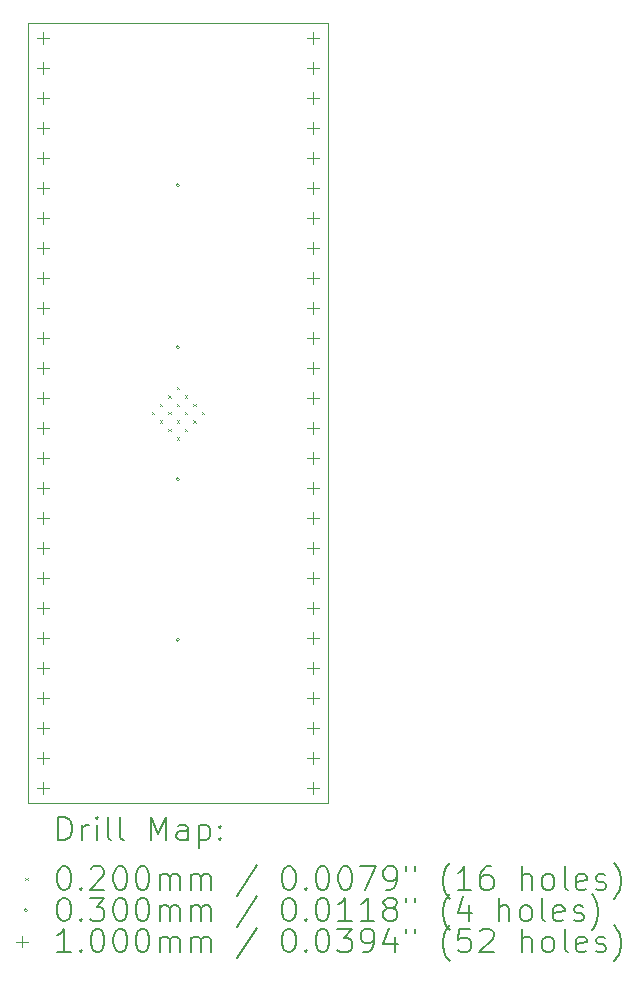
<source format=gbr>
%TF.GenerationSoftware,KiCad,Pcbnew,9.0.6*%
%TF.CreationDate,2026-01-08T20:22:19-06:00*%
%TF.ProjectId,QFN-48_7x7_P0.5,51464e2d-3438-45f3-9778-375f50302e35,rev?*%
%TF.SameCoordinates,Original*%
%TF.FileFunction,Drillmap*%
%TF.FilePolarity,Positive*%
%FSLAX45Y45*%
G04 Gerber Fmt 4.5, Leading zero omitted, Abs format (unit mm)*
G04 Created by KiCad (PCBNEW 9.0.6) date 2026-01-08 20:22:19*
%MOMM*%
%LPD*%
G01*
G04 APERTURE LIST*
%ADD10C,0.050000*%
%ADD11C,0.200000*%
%ADD12C,0.100000*%
G04 APERTURE END LIST*
D10*
X12573000Y-8763000D02*
X15113000Y-8763000D01*
X15113000Y-15367000D01*
X12573000Y-15367000D01*
X12573000Y-8763000D01*
D11*
D12*
X13620868Y-12055000D02*
X13640868Y-12075000D01*
X13640868Y-12055000D02*
X13620868Y-12075000D01*
X13691579Y-11984289D02*
X13711579Y-12004289D01*
X13711579Y-11984289D02*
X13691579Y-12004289D01*
X13691579Y-12125711D02*
X13711579Y-12145711D01*
X13711579Y-12125711D02*
X13691579Y-12145711D01*
X13762289Y-11913579D02*
X13782289Y-11933579D01*
X13782289Y-11913579D02*
X13762289Y-11933579D01*
X13762289Y-12055000D02*
X13782289Y-12075000D01*
X13782289Y-12055000D02*
X13762289Y-12075000D01*
X13762289Y-12196421D02*
X13782289Y-12216421D01*
X13782289Y-12196421D02*
X13762289Y-12216421D01*
X13833000Y-11842868D02*
X13853000Y-11862868D01*
X13853000Y-11842868D02*
X13833000Y-11862868D01*
X13833000Y-11984289D02*
X13853000Y-12004289D01*
X13853000Y-11984289D02*
X13833000Y-12004289D01*
X13833000Y-12125711D02*
X13853000Y-12145711D01*
X13853000Y-12125711D02*
X13833000Y-12145711D01*
X13833000Y-12267132D02*
X13853000Y-12287132D01*
X13853000Y-12267132D02*
X13833000Y-12287132D01*
X13903711Y-11913579D02*
X13923711Y-11933579D01*
X13923711Y-11913579D02*
X13903711Y-11933579D01*
X13903711Y-12055000D02*
X13923711Y-12075000D01*
X13923711Y-12055000D02*
X13903711Y-12075000D01*
X13903711Y-12196421D02*
X13923711Y-12216421D01*
X13923711Y-12196421D02*
X13903711Y-12216421D01*
X13974421Y-11984289D02*
X13994421Y-12004289D01*
X13994421Y-11984289D02*
X13974421Y-12004289D01*
X13974421Y-12125711D02*
X13994421Y-12145711D01*
X13994421Y-12125711D02*
X13974421Y-12145711D01*
X14045132Y-12055000D02*
X14065132Y-12075000D01*
X14065132Y-12055000D02*
X14045132Y-12075000D01*
X13858000Y-10134600D02*
G75*
G02*
X13828000Y-10134600I-15000J0D01*
G01*
X13828000Y-10134600D02*
G75*
G02*
X13858000Y-10134600I15000J0D01*
G01*
X13858000Y-11506200D02*
G75*
G02*
X13828000Y-11506200I-15000J0D01*
G01*
X13828000Y-11506200D02*
G75*
G02*
X13858000Y-11506200I15000J0D01*
G01*
X13858000Y-12623800D02*
G75*
G02*
X13828000Y-12623800I-15000J0D01*
G01*
X13828000Y-12623800D02*
G75*
G02*
X13858000Y-12623800I15000J0D01*
G01*
X13858000Y-13982700D02*
G75*
G02*
X13828000Y-13982700I-15000J0D01*
G01*
X13828000Y-13982700D02*
G75*
G02*
X13858000Y-13982700I15000J0D01*
G01*
X12700000Y-8840000D02*
X12700000Y-8940000D01*
X12650000Y-8890000D02*
X12750000Y-8890000D01*
X12700000Y-9094000D02*
X12700000Y-9194000D01*
X12650000Y-9144000D02*
X12750000Y-9144000D01*
X12700000Y-9348000D02*
X12700000Y-9448000D01*
X12650000Y-9398000D02*
X12750000Y-9398000D01*
X12700000Y-9602000D02*
X12700000Y-9702000D01*
X12650000Y-9652000D02*
X12750000Y-9652000D01*
X12700000Y-9856000D02*
X12700000Y-9956000D01*
X12650000Y-9906000D02*
X12750000Y-9906000D01*
X12700000Y-10110000D02*
X12700000Y-10210000D01*
X12650000Y-10160000D02*
X12750000Y-10160000D01*
X12700000Y-10364000D02*
X12700000Y-10464000D01*
X12650000Y-10414000D02*
X12750000Y-10414000D01*
X12700000Y-10618000D02*
X12700000Y-10718000D01*
X12650000Y-10668000D02*
X12750000Y-10668000D01*
X12700000Y-10872000D02*
X12700000Y-10972000D01*
X12650000Y-10922000D02*
X12750000Y-10922000D01*
X12700000Y-11126000D02*
X12700000Y-11226000D01*
X12650000Y-11176000D02*
X12750000Y-11176000D01*
X12700000Y-11380000D02*
X12700000Y-11480000D01*
X12650000Y-11430000D02*
X12750000Y-11430000D01*
X12700000Y-11634000D02*
X12700000Y-11734000D01*
X12650000Y-11684000D02*
X12750000Y-11684000D01*
X12700000Y-11888000D02*
X12700000Y-11988000D01*
X12650000Y-11938000D02*
X12750000Y-11938000D01*
X12700000Y-12142000D02*
X12700000Y-12242000D01*
X12650000Y-12192000D02*
X12750000Y-12192000D01*
X12700000Y-12396000D02*
X12700000Y-12496000D01*
X12650000Y-12446000D02*
X12750000Y-12446000D01*
X12700000Y-12650000D02*
X12700000Y-12750000D01*
X12650000Y-12700000D02*
X12750000Y-12700000D01*
X12700000Y-12904000D02*
X12700000Y-13004000D01*
X12650000Y-12954000D02*
X12750000Y-12954000D01*
X12700000Y-13158000D02*
X12700000Y-13258000D01*
X12650000Y-13208000D02*
X12750000Y-13208000D01*
X12700000Y-13412000D02*
X12700000Y-13512000D01*
X12650000Y-13462000D02*
X12750000Y-13462000D01*
X12700000Y-13666000D02*
X12700000Y-13766000D01*
X12650000Y-13716000D02*
X12750000Y-13716000D01*
X12700000Y-13920000D02*
X12700000Y-14020000D01*
X12650000Y-13970000D02*
X12750000Y-13970000D01*
X12700000Y-14174000D02*
X12700000Y-14274000D01*
X12650000Y-14224000D02*
X12750000Y-14224000D01*
X12700000Y-14428000D02*
X12700000Y-14528000D01*
X12650000Y-14478000D02*
X12750000Y-14478000D01*
X12700000Y-14682000D02*
X12700000Y-14782000D01*
X12650000Y-14732000D02*
X12750000Y-14732000D01*
X12700000Y-14936000D02*
X12700000Y-15036000D01*
X12650000Y-14986000D02*
X12750000Y-14986000D01*
X12700000Y-15190000D02*
X12700000Y-15290000D01*
X12650000Y-15240000D02*
X12750000Y-15240000D01*
X14986000Y-8840000D02*
X14986000Y-8940000D01*
X14936000Y-8890000D02*
X15036000Y-8890000D01*
X14986000Y-9094000D02*
X14986000Y-9194000D01*
X14936000Y-9144000D02*
X15036000Y-9144000D01*
X14986000Y-9348000D02*
X14986000Y-9448000D01*
X14936000Y-9398000D02*
X15036000Y-9398000D01*
X14986000Y-9602000D02*
X14986000Y-9702000D01*
X14936000Y-9652000D02*
X15036000Y-9652000D01*
X14986000Y-9856000D02*
X14986000Y-9956000D01*
X14936000Y-9906000D02*
X15036000Y-9906000D01*
X14986000Y-10110000D02*
X14986000Y-10210000D01*
X14936000Y-10160000D02*
X15036000Y-10160000D01*
X14986000Y-10364000D02*
X14986000Y-10464000D01*
X14936000Y-10414000D02*
X15036000Y-10414000D01*
X14986000Y-10618000D02*
X14986000Y-10718000D01*
X14936000Y-10668000D02*
X15036000Y-10668000D01*
X14986000Y-10872000D02*
X14986000Y-10972000D01*
X14936000Y-10922000D02*
X15036000Y-10922000D01*
X14986000Y-11126000D02*
X14986000Y-11226000D01*
X14936000Y-11176000D02*
X15036000Y-11176000D01*
X14986000Y-11380000D02*
X14986000Y-11480000D01*
X14936000Y-11430000D02*
X15036000Y-11430000D01*
X14986000Y-11634000D02*
X14986000Y-11734000D01*
X14936000Y-11684000D02*
X15036000Y-11684000D01*
X14986000Y-11888000D02*
X14986000Y-11988000D01*
X14936000Y-11938000D02*
X15036000Y-11938000D01*
X14986000Y-12142000D02*
X14986000Y-12242000D01*
X14936000Y-12192000D02*
X15036000Y-12192000D01*
X14986000Y-12396000D02*
X14986000Y-12496000D01*
X14936000Y-12446000D02*
X15036000Y-12446000D01*
X14986000Y-12650000D02*
X14986000Y-12750000D01*
X14936000Y-12700000D02*
X15036000Y-12700000D01*
X14986000Y-12904000D02*
X14986000Y-13004000D01*
X14936000Y-12954000D02*
X15036000Y-12954000D01*
X14986000Y-13158000D02*
X14986000Y-13258000D01*
X14936000Y-13208000D02*
X15036000Y-13208000D01*
X14986000Y-13412000D02*
X14986000Y-13512000D01*
X14936000Y-13462000D02*
X15036000Y-13462000D01*
X14986000Y-13666000D02*
X14986000Y-13766000D01*
X14936000Y-13716000D02*
X15036000Y-13716000D01*
X14986000Y-13920000D02*
X14986000Y-14020000D01*
X14936000Y-13970000D02*
X15036000Y-13970000D01*
X14986000Y-14174000D02*
X14986000Y-14274000D01*
X14936000Y-14224000D02*
X15036000Y-14224000D01*
X14986000Y-14428000D02*
X14986000Y-14528000D01*
X14936000Y-14478000D02*
X15036000Y-14478000D01*
X14986000Y-14682000D02*
X14986000Y-14782000D01*
X14936000Y-14732000D02*
X15036000Y-14732000D01*
X14986000Y-14936000D02*
X14986000Y-15036000D01*
X14936000Y-14986000D02*
X15036000Y-14986000D01*
X14986000Y-15190000D02*
X14986000Y-15290000D01*
X14936000Y-15240000D02*
X15036000Y-15240000D01*
D11*
X12831277Y-15680984D02*
X12831277Y-15480984D01*
X12831277Y-15480984D02*
X12878896Y-15480984D01*
X12878896Y-15480984D02*
X12907467Y-15490508D01*
X12907467Y-15490508D02*
X12926515Y-15509555D01*
X12926515Y-15509555D02*
X12936039Y-15528603D01*
X12936039Y-15528603D02*
X12945562Y-15566698D01*
X12945562Y-15566698D02*
X12945562Y-15595269D01*
X12945562Y-15595269D02*
X12936039Y-15633365D01*
X12936039Y-15633365D02*
X12926515Y-15652412D01*
X12926515Y-15652412D02*
X12907467Y-15671460D01*
X12907467Y-15671460D02*
X12878896Y-15680984D01*
X12878896Y-15680984D02*
X12831277Y-15680984D01*
X13031277Y-15680984D02*
X13031277Y-15547650D01*
X13031277Y-15585746D02*
X13040801Y-15566698D01*
X13040801Y-15566698D02*
X13050324Y-15557174D01*
X13050324Y-15557174D02*
X13069372Y-15547650D01*
X13069372Y-15547650D02*
X13088420Y-15547650D01*
X13155086Y-15680984D02*
X13155086Y-15547650D01*
X13155086Y-15480984D02*
X13145562Y-15490508D01*
X13145562Y-15490508D02*
X13155086Y-15500031D01*
X13155086Y-15500031D02*
X13164610Y-15490508D01*
X13164610Y-15490508D02*
X13155086Y-15480984D01*
X13155086Y-15480984D02*
X13155086Y-15500031D01*
X13278896Y-15680984D02*
X13259848Y-15671460D01*
X13259848Y-15671460D02*
X13250324Y-15652412D01*
X13250324Y-15652412D02*
X13250324Y-15480984D01*
X13383658Y-15680984D02*
X13364610Y-15671460D01*
X13364610Y-15671460D02*
X13355086Y-15652412D01*
X13355086Y-15652412D02*
X13355086Y-15480984D01*
X13612229Y-15680984D02*
X13612229Y-15480984D01*
X13612229Y-15480984D02*
X13678896Y-15623841D01*
X13678896Y-15623841D02*
X13745562Y-15480984D01*
X13745562Y-15480984D02*
X13745562Y-15680984D01*
X13926515Y-15680984D02*
X13926515Y-15576222D01*
X13926515Y-15576222D02*
X13916991Y-15557174D01*
X13916991Y-15557174D02*
X13897943Y-15547650D01*
X13897943Y-15547650D02*
X13859848Y-15547650D01*
X13859848Y-15547650D02*
X13840801Y-15557174D01*
X13926515Y-15671460D02*
X13907467Y-15680984D01*
X13907467Y-15680984D02*
X13859848Y-15680984D01*
X13859848Y-15680984D02*
X13840801Y-15671460D01*
X13840801Y-15671460D02*
X13831277Y-15652412D01*
X13831277Y-15652412D02*
X13831277Y-15633365D01*
X13831277Y-15633365D02*
X13840801Y-15614317D01*
X13840801Y-15614317D02*
X13859848Y-15604793D01*
X13859848Y-15604793D02*
X13907467Y-15604793D01*
X13907467Y-15604793D02*
X13926515Y-15595269D01*
X14021753Y-15547650D02*
X14021753Y-15747650D01*
X14021753Y-15557174D02*
X14040801Y-15547650D01*
X14040801Y-15547650D02*
X14078896Y-15547650D01*
X14078896Y-15547650D02*
X14097943Y-15557174D01*
X14097943Y-15557174D02*
X14107467Y-15566698D01*
X14107467Y-15566698D02*
X14116991Y-15585746D01*
X14116991Y-15585746D02*
X14116991Y-15642888D01*
X14116991Y-15642888D02*
X14107467Y-15661936D01*
X14107467Y-15661936D02*
X14097943Y-15671460D01*
X14097943Y-15671460D02*
X14078896Y-15680984D01*
X14078896Y-15680984D02*
X14040801Y-15680984D01*
X14040801Y-15680984D02*
X14021753Y-15671460D01*
X14202705Y-15661936D02*
X14212229Y-15671460D01*
X14212229Y-15671460D02*
X14202705Y-15680984D01*
X14202705Y-15680984D02*
X14193182Y-15671460D01*
X14193182Y-15671460D02*
X14202705Y-15661936D01*
X14202705Y-15661936D02*
X14202705Y-15680984D01*
X14202705Y-15557174D02*
X14212229Y-15566698D01*
X14212229Y-15566698D02*
X14202705Y-15576222D01*
X14202705Y-15576222D02*
X14193182Y-15566698D01*
X14193182Y-15566698D02*
X14202705Y-15557174D01*
X14202705Y-15557174D02*
X14202705Y-15576222D01*
D12*
X12550500Y-15999500D02*
X12570500Y-16019500D01*
X12570500Y-15999500D02*
X12550500Y-16019500D01*
D11*
X12869372Y-15900984D02*
X12888420Y-15900984D01*
X12888420Y-15900984D02*
X12907467Y-15910508D01*
X12907467Y-15910508D02*
X12916991Y-15920031D01*
X12916991Y-15920031D02*
X12926515Y-15939079D01*
X12926515Y-15939079D02*
X12936039Y-15977174D01*
X12936039Y-15977174D02*
X12936039Y-16024793D01*
X12936039Y-16024793D02*
X12926515Y-16062888D01*
X12926515Y-16062888D02*
X12916991Y-16081936D01*
X12916991Y-16081936D02*
X12907467Y-16091460D01*
X12907467Y-16091460D02*
X12888420Y-16100984D01*
X12888420Y-16100984D02*
X12869372Y-16100984D01*
X12869372Y-16100984D02*
X12850324Y-16091460D01*
X12850324Y-16091460D02*
X12840801Y-16081936D01*
X12840801Y-16081936D02*
X12831277Y-16062888D01*
X12831277Y-16062888D02*
X12821753Y-16024793D01*
X12821753Y-16024793D02*
X12821753Y-15977174D01*
X12821753Y-15977174D02*
X12831277Y-15939079D01*
X12831277Y-15939079D02*
X12840801Y-15920031D01*
X12840801Y-15920031D02*
X12850324Y-15910508D01*
X12850324Y-15910508D02*
X12869372Y-15900984D01*
X13021753Y-16081936D02*
X13031277Y-16091460D01*
X13031277Y-16091460D02*
X13021753Y-16100984D01*
X13021753Y-16100984D02*
X13012229Y-16091460D01*
X13012229Y-16091460D02*
X13021753Y-16081936D01*
X13021753Y-16081936D02*
X13021753Y-16100984D01*
X13107467Y-15920031D02*
X13116991Y-15910508D01*
X13116991Y-15910508D02*
X13136039Y-15900984D01*
X13136039Y-15900984D02*
X13183658Y-15900984D01*
X13183658Y-15900984D02*
X13202705Y-15910508D01*
X13202705Y-15910508D02*
X13212229Y-15920031D01*
X13212229Y-15920031D02*
X13221753Y-15939079D01*
X13221753Y-15939079D02*
X13221753Y-15958127D01*
X13221753Y-15958127D02*
X13212229Y-15986698D01*
X13212229Y-15986698D02*
X13097943Y-16100984D01*
X13097943Y-16100984D02*
X13221753Y-16100984D01*
X13345562Y-15900984D02*
X13364610Y-15900984D01*
X13364610Y-15900984D02*
X13383658Y-15910508D01*
X13383658Y-15910508D02*
X13393182Y-15920031D01*
X13393182Y-15920031D02*
X13402705Y-15939079D01*
X13402705Y-15939079D02*
X13412229Y-15977174D01*
X13412229Y-15977174D02*
X13412229Y-16024793D01*
X13412229Y-16024793D02*
X13402705Y-16062888D01*
X13402705Y-16062888D02*
X13393182Y-16081936D01*
X13393182Y-16081936D02*
X13383658Y-16091460D01*
X13383658Y-16091460D02*
X13364610Y-16100984D01*
X13364610Y-16100984D02*
X13345562Y-16100984D01*
X13345562Y-16100984D02*
X13326515Y-16091460D01*
X13326515Y-16091460D02*
X13316991Y-16081936D01*
X13316991Y-16081936D02*
X13307467Y-16062888D01*
X13307467Y-16062888D02*
X13297943Y-16024793D01*
X13297943Y-16024793D02*
X13297943Y-15977174D01*
X13297943Y-15977174D02*
X13307467Y-15939079D01*
X13307467Y-15939079D02*
X13316991Y-15920031D01*
X13316991Y-15920031D02*
X13326515Y-15910508D01*
X13326515Y-15910508D02*
X13345562Y-15900984D01*
X13536039Y-15900984D02*
X13555086Y-15900984D01*
X13555086Y-15900984D02*
X13574134Y-15910508D01*
X13574134Y-15910508D02*
X13583658Y-15920031D01*
X13583658Y-15920031D02*
X13593182Y-15939079D01*
X13593182Y-15939079D02*
X13602705Y-15977174D01*
X13602705Y-15977174D02*
X13602705Y-16024793D01*
X13602705Y-16024793D02*
X13593182Y-16062888D01*
X13593182Y-16062888D02*
X13583658Y-16081936D01*
X13583658Y-16081936D02*
X13574134Y-16091460D01*
X13574134Y-16091460D02*
X13555086Y-16100984D01*
X13555086Y-16100984D02*
X13536039Y-16100984D01*
X13536039Y-16100984D02*
X13516991Y-16091460D01*
X13516991Y-16091460D02*
X13507467Y-16081936D01*
X13507467Y-16081936D02*
X13497943Y-16062888D01*
X13497943Y-16062888D02*
X13488420Y-16024793D01*
X13488420Y-16024793D02*
X13488420Y-15977174D01*
X13488420Y-15977174D02*
X13497943Y-15939079D01*
X13497943Y-15939079D02*
X13507467Y-15920031D01*
X13507467Y-15920031D02*
X13516991Y-15910508D01*
X13516991Y-15910508D02*
X13536039Y-15900984D01*
X13688420Y-16100984D02*
X13688420Y-15967650D01*
X13688420Y-15986698D02*
X13697943Y-15977174D01*
X13697943Y-15977174D02*
X13716991Y-15967650D01*
X13716991Y-15967650D02*
X13745563Y-15967650D01*
X13745563Y-15967650D02*
X13764610Y-15977174D01*
X13764610Y-15977174D02*
X13774134Y-15996222D01*
X13774134Y-15996222D02*
X13774134Y-16100984D01*
X13774134Y-15996222D02*
X13783658Y-15977174D01*
X13783658Y-15977174D02*
X13802705Y-15967650D01*
X13802705Y-15967650D02*
X13831277Y-15967650D01*
X13831277Y-15967650D02*
X13850324Y-15977174D01*
X13850324Y-15977174D02*
X13859848Y-15996222D01*
X13859848Y-15996222D02*
X13859848Y-16100984D01*
X13955086Y-16100984D02*
X13955086Y-15967650D01*
X13955086Y-15986698D02*
X13964610Y-15977174D01*
X13964610Y-15977174D02*
X13983658Y-15967650D01*
X13983658Y-15967650D02*
X14012229Y-15967650D01*
X14012229Y-15967650D02*
X14031277Y-15977174D01*
X14031277Y-15977174D02*
X14040801Y-15996222D01*
X14040801Y-15996222D02*
X14040801Y-16100984D01*
X14040801Y-15996222D02*
X14050324Y-15977174D01*
X14050324Y-15977174D02*
X14069372Y-15967650D01*
X14069372Y-15967650D02*
X14097943Y-15967650D01*
X14097943Y-15967650D02*
X14116991Y-15977174D01*
X14116991Y-15977174D02*
X14126515Y-15996222D01*
X14126515Y-15996222D02*
X14126515Y-16100984D01*
X14516991Y-15891460D02*
X14345563Y-16148603D01*
X14774134Y-15900984D02*
X14793182Y-15900984D01*
X14793182Y-15900984D02*
X14812229Y-15910508D01*
X14812229Y-15910508D02*
X14821753Y-15920031D01*
X14821753Y-15920031D02*
X14831277Y-15939079D01*
X14831277Y-15939079D02*
X14840801Y-15977174D01*
X14840801Y-15977174D02*
X14840801Y-16024793D01*
X14840801Y-16024793D02*
X14831277Y-16062888D01*
X14831277Y-16062888D02*
X14821753Y-16081936D01*
X14821753Y-16081936D02*
X14812229Y-16091460D01*
X14812229Y-16091460D02*
X14793182Y-16100984D01*
X14793182Y-16100984D02*
X14774134Y-16100984D01*
X14774134Y-16100984D02*
X14755086Y-16091460D01*
X14755086Y-16091460D02*
X14745563Y-16081936D01*
X14745563Y-16081936D02*
X14736039Y-16062888D01*
X14736039Y-16062888D02*
X14726515Y-16024793D01*
X14726515Y-16024793D02*
X14726515Y-15977174D01*
X14726515Y-15977174D02*
X14736039Y-15939079D01*
X14736039Y-15939079D02*
X14745563Y-15920031D01*
X14745563Y-15920031D02*
X14755086Y-15910508D01*
X14755086Y-15910508D02*
X14774134Y-15900984D01*
X14926515Y-16081936D02*
X14936039Y-16091460D01*
X14936039Y-16091460D02*
X14926515Y-16100984D01*
X14926515Y-16100984D02*
X14916991Y-16091460D01*
X14916991Y-16091460D02*
X14926515Y-16081936D01*
X14926515Y-16081936D02*
X14926515Y-16100984D01*
X15059848Y-15900984D02*
X15078896Y-15900984D01*
X15078896Y-15900984D02*
X15097944Y-15910508D01*
X15097944Y-15910508D02*
X15107467Y-15920031D01*
X15107467Y-15920031D02*
X15116991Y-15939079D01*
X15116991Y-15939079D02*
X15126515Y-15977174D01*
X15126515Y-15977174D02*
X15126515Y-16024793D01*
X15126515Y-16024793D02*
X15116991Y-16062888D01*
X15116991Y-16062888D02*
X15107467Y-16081936D01*
X15107467Y-16081936D02*
X15097944Y-16091460D01*
X15097944Y-16091460D02*
X15078896Y-16100984D01*
X15078896Y-16100984D02*
X15059848Y-16100984D01*
X15059848Y-16100984D02*
X15040801Y-16091460D01*
X15040801Y-16091460D02*
X15031277Y-16081936D01*
X15031277Y-16081936D02*
X15021753Y-16062888D01*
X15021753Y-16062888D02*
X15012229Y-16024793D01*
X15012229Y-16024793D02*
X15012229Y-15977174D01*
X15012229Y-15977174D02*
X15021753Y-15939079D01*
X15021753Y-15939079D02*
X15031277Y-15920031D01*
X15031277Y-15920031D02*
X15040801Y-15910508D01*
X15040801Y-15910508D02*
X15059848Y-15900984D01*
X15250325Y-15900984D02*
X15269372Y-15900984D01*
X15269372Y-15900984D02*
X15288420Y-15910508D01*
X15288420Y-15910508D02*
X15297944Y-15920031D01*
X15297944Y-15920031D02*
X15307467Y-15939079D01*
X15307467Y-15939079D02*
X15316991Y-15977174D01*
X15316991Y-15977174D02*
X15316991Y-16024793D01*
X15316991Y-16024793D02*
X15307467Y-16062888D01*
X15307467Y-16062888D02*
X15297944Y-16081936D01*
X15297944Y-16081936D02*
X15288420Y-16091460D01*
X15288420Y-16091460D02*
X15269372Y-16100984D01*
X15269372Y-16100984D02*
X15250325Y-16100984D01*
X15250325Y-16100984D02*
X15231277Y-16091460D01*
X15231277Y-16091460D02*
X15221753Y-16081936D01*
X15221753Y-16081936D02*
X15212229Y-16062888D01*
X15212229Y-16062888D02*
X15202706Y-16024793D01*
X15202706Y-16024793D02*
X15202706Y-15977174D01*
X15202706Y-15977174D02*
X15212229Y-15939079D01*
X15212229Y-15939079D02*
X15221753Y-15920031D01*
X15221753Y-15920031D02*
X15231277Y-15910508D01*
X15231277Y-15910508D02*
X15250325Y-15900984D01*
X15383658Y-15900984D02*
X15516991Y-15900984D01*
X15516991Y-15900984D02*
X15431277Y-16100984D01*
X15602706Y-16100984D02*
X15640801Y-16100984D01*
X15640801Y-16100984D02*
X15659848Y-16091460D01*
X15659848Y-16091460D02*
X15669372Y-16081936D01*
X15669372Y-16081936D02*
X15688420Y-16053365D01*
X15688420Y-16053365D02*
X15697944Y-16015269D01*
X15697944Y-16015269D02*
X15697944Y-15939079D01*
X15697944Y-15939079D02*
X15688420Y-15920031D01*
X15688420Y-15920031D02*
X15678896Y-15910508D01*
X15678896Y-15910508D02*
X15659848Y-15900984D01*
X15659848Y-15900984D02*
X15621753Y-15900984D01*
X15621753Y-15900984D02*
X15602706Y-15910508D01*
X15602706Y-15910508D02*
X15593182Y-15920031D01*
X15593182Y-15920031D02*
X15583658Y-15939079D01*
X15583658Y-15939079D02*
X15583658Y-15986698D01*
X15583658Y-15986698D02*
X15593182Y-16005746D01*
X15593182Y-16005746D02*
X15602706Y-16015269D01*
X15602706Y-16015269D02*
X15621753Y-16024793D01*
X15621753Y-16024793D02*
X15659848Y-16024793D01*
X15659848Y-16024793D02*
X15678896Y-16015269D01*
X15678896Y-16015269D02*
X15688420Y-16005746D01*
X15688420Y-16005746D02*
X15697944Y-15986698D01*
X15774134Y-15900984D02*
X15774134Y-15939079D01*
X15850325Y-15900984D02*
X15850325Y-15939079D01*
X16145563Y-16177174D02*
X16136039Y-16167650D01*
X16136039Y-16167650D02*
X16116991Y-16139079D01*
X16116991Y-16139079D02*
X16107468Y-16120031D01*
X16107468Y-16120031D02*
X16097944Y-16091460D01*
X16097944Y-16091460D02*
X16088420Y-16043841D01*
X16088420Y-16043841D02*
X16088420Y-16005746D01*
X16088420Y-16005746D02*
X16097944Y-15958127D01*
X16097944Y-15958127D02*
X16107468Y-15929555D01*
X16107468Y-15929555D02*
X16116991Y-15910508D01*
X16116991Y-15910508D02*
X16136039Y-15881936D01*
X16136039Y-15881936D02*
X16145563Y-15872412D01*
X16326515Y-16100984D02*
X16212229Y-16100984D01*
X16269372Y-16100984D02*
X16269372Y-15900984D01*
X16269372Y-15900984D02*
X16250325Y-15929555D01*
X16250325Y-15929555D02*
X16231277Y-15948603D01*
X16231277Y-15948603D02*
X16212229Y-15958127D01*
X16497944Y-15900984D02*
X16459848Y-15900984D01*
X16459848Y-15900984D02*
X16440801Y-15910508D01*
X16440801Y-15910508D02*
X16431277Y-15920031D01*
X16431277Y-15920031D02*
X16412229Y-15948603D01*
X16412229Y-15948603D02*
X16402706Y-15986698D01*
X16402706Y-15986698D02*
X16402706Y-16062888D01*
X16402706Y-16062888D02*
X16412229Y-16081936D01*
X16412229Y-16081936D02*
X16421753Y-16091460D01*
X16421753Y-16091460D02*
X16440801Y-16100984D01*
X16440801Y-16100984D02*
X16478896Y-16100984D01*
X16478896Y-16100984D02*
X16497944Y-16091460D01*
X16497944Y-16091460D02*
X16507468Y-16081936D01*
X16507468Y-16081936D02*
X16516991Y-16062888D01*
X16516991Y-16062888D02*
X16516991Y-16015269D01*
X16516991Y-16015269D02*
X16507468Y-15996222D01*
X16507468Y-15996222D02*
X16497944Y-15986698D01*
X16497944Y-15986698D02*
X16478896Y-15977174D01*
X16478896Y-15977174D02*
X16440801Y-15977174D01*
X16440801Y-15977174D02*
X16421753Y-15986698D01*
X16421753Y-15986698D02*
X16412229Y-15996222D01*
X16412229Y-15996222D02*
X16402706Y-16015269D01*
X16755087Y-16100984D02*
X16755087Y-15900984D01*
X16840801Y-16100984D02*
X16840801Y-15996222D01*
X16840801Y-15996222D02*
X16831277Y-15977174D01*
X16831277Y-15977174D02*
X16812230Y-15967650D01*
X16812230Y-15967650D02*
X16783658Y-15967650D01*
X16783658Y-15967650D02*
X16764610Y-15977174D01*
X16764610Y-15977174D02*
X16755087Y-15986698D01*
X16964611Y-16100984D02*
X16945563Y-16091460D01*
X16945563Y-16091460D02*
X16936039Y-16081936D01*
X16936039Y-16081936D02*
X16926515Y-16062888D01*
X16926515Y-16062888D02*
X16926515Y-16005746D01*
X16926515Y-16005746D02*
X16936039Y-15986698D01*
X16936039Y-15986698D02*
X16945563Y-15977174D01*
X16945563Y-15977174D02*
X16964611Y-15967650D01*
X16964611Y-15967650D02*
X16993182Y-15967650D01*
X16993182Y-15967650D02*
X17012230Y-15977174D01*
X17012230Y-15977174D02*
X17021753Y-15986698D01*
X17021753Y-15986698D02*
X17031277Y-16005746D01*
X17031277Y-16005746D02*
X17031277Y-16062888D01*
X17031277Y-16062888D02*
X17021753Y-16081936D01*
X17021753Y-16081936D02*
X17012230Y-16091460D01*
X17012230Y-16091460D02*
X16993182Y-16100984D01*
X16993182Y-16100984D02*
X16964611Y-16100984D01*
X17145563Y-16100984D02*
X17126515Y-16091460D01*
X17126515Y-16091460D02*
X17116992Y-16072412D01*
X17116992Y-16072412D02*
X17116992Y-15900984D01*
X17297944Y-16091460D02*
X17278896Y-16100984D01*
X17278896Y-16100984D02*
X17240801Y-16100984D01*
X17240801Y-16100984D02*
X17221753Y-16091460D01*
X17221753Y-16091460D02*
X17212230Y-16072412D01*
X17212230Y-16072412D02*
X17212230Y-15996222D01*
X17212230Y-15996222D02*
X17221753Y-15977174D01*
X17221753Y-15977174D02*
X17240801Y-15967650D01*
X17240801Y-15967650D02*
X17278896Y-15967650D01*
X17278896Y-15967650D02*
X17297944Y-15977174D01*
X17297944Y-15977174D02*
X17307468Y-15996222D01*
X17307468Y-15996222D02*
X17307468Y-16015269D01*
X17307468Y-16015269D02*
X17212230Y-16034317D01*
X17383658Y-16091460D02*
X17402706Y-16100984D01*
X17402706Y-16100984D02*
X17440801Y-16100984D01*
X17440801Y-16100984D02*
X17459849Y-16091460D01*
X17459849Y-16091460D02*
X17469373Y-16072412D01*
X17469373Y-16072412D02*
X17469373Y-16062888D01*
X17469373Y-16062888D02*
X17459849Y-16043841D01*
X17459849Y-16043841D02*
X17440801Y-16034317D01*
X17440801Y-16034317D02*
X17412230Y-16034317D01*
X17412230Y-16034317D02*
X17393182Y-16024793D01*
X17393182Y-16024793D02*
X17383658Y-16005746D01*
X17383658Y-16005746D02*
X17383658Y-15996222D01*
X17383658Y-15996222D02*
X17393182Y-15977174D01*
X17393182Y-15977174D02*
X17412230Y-15967650D01*
X17412230Y-15967650D02*
X17440801Y-15967650D01*
X17440801Y-15967650D02*
X17459849Y-15977174D01*
X17536039Y-16177174D02*
X17545563Y-16167650D01*
X17545563Y-16167650D02*
X17564611Y-16139079D01*
X17564611Y-16139079D02*
X17574134Y-16120031D01*
X17574134Y-16120031D02*
X17583658Y-16091460D01*
X17583658Y-16091460D02*
X17593182Y-16043841D01*
X17593182Y-16043841D02*
X17593182Y-16005746D01*
X17593182Y-16005746D02*
X17583658Y-15958127D01*
X17583658Y-15958127D02*
X17574134Y-15929555D01*
X17574134Y-15929555D02*
X17564611Y-15910508D01*
X17564611Y-15910508D02*
X17545563Y-15881936D01*
X17545563Y-15881936D02*
X17536039Y-15872412D01*
D12*
X12570500Y-16273500D02*
G75*
G02*
X12540500Y-16273500I-15000J0D01*
G01*
X12540500Y-16273500D02*
G75*
G02*
X12570500Y-16273500I15000J0D01*
G01*
D11*
X12869372Y-16164984D02*
X12888420Y-16164984D01*
X12888420Y-16164984D02*
X12907467Y-16174508D01*
X12907467Y-16174508D02*
X12916991Y-16184031D01*
X12916991Y-16184031D02*
X12926515Y-16203079D01*
X12926515Y-16203079D02*
X12936039Y-16241174D01*
X12936039Y-16241174D02*
X12936039Y-16288793D01*
X12936039Y-16288793D02*
X12926515Y-16326888D01*
X12926515Y-16326888D02*
X12916991Y-16345936D01*
X12916991Y-16345936D02*
X12907467Y-16355460D01*
X12907467Y-16355460D02*
X12888420Y-16364984D01*
X12888420Y-16364984D02*
X12869372Y-16364984D01*
X12869372Y-16364984D02*
X12850324Y-16355460D01*
X12850324Y-16355460D02*
X12840801Y-16345936D01*
X12840801Y-16345936D02*
X12831277Y-16326888D01*
X12831277Y-16326888D02*
X12821753Y-16288793D01*
X12821753Y-16288793D02*
X12821753Y-16241174D01*
X12821753Y-16241174D02*
X12831277Y-16203079D01*
X12831277Y-16203079D02*
X12840801Y-16184031D01*
X12840801Y-16184031D02*
X12850324Y-16174508D01*
X12850324Y-16174508D02*
X12869372Y-16164984D01*
X13021753Y-16345936D02*
X13031277Y-16355460D01*
X13031277Y-16355460D02*
X13021753Y-16364984D01*
X13021753Y-16364984D02*
X13012229Y-16355460D01*
X13012229Y-16355460D02*
X13021753Y-16345936D01*
X13021753Y-16345936D02*
X13021753Y-16364984D01*
X13097943Y-16164984D02*
X13221753Y-16164984D01*
X13221753Y-16164984D02*
X13155086Y-16241174D01*
X13155086Y-16241174D02*
X13183658Y-16241174D01*
X13183658Y-16241174D02*
X13202705Y-16250698D01*
X13202705Y-16250698D02*
X13212229Y-16260222D01*
X13212229Y-16260222D02*
X13221753Y-16279269D01*
X13221753Y-16279269D02*
X13221753Y-16326888D01*
X13221753Y-16326888D02*
X13212229Y-16345936D01*
X13212229Y-16345936D02*
X13202705Y-16355460D01*
X13202705Y-16355460D02*
X13183658Y-16364984D01*
X13183658Y-16364984D02*
X13126515Y-16364984D01*
X13126515Y-16364984D02*
X13107467Y-16355460D01*
X13107467Y-16355460D02*
X13097943Y-16345936D01*
X13345562Y-16164984D02*
X13364610Y-16164984D01*
X13364610Y-16164984D02*
X13383658Y-16174508D01*
X13383658Y-16174508D02*
X13393182Y-16184031D01*
X13393182Y-16184031D02*
X13402705Y-16203079D01*
X13402705Y-16203079D02*
X13412229Y-16241174D01*
X13412229Y-16241174D02*
X13412229Y-16288793D01*
X13412229Y-16288793D02*
X13402705Y-16326888D01*
X13402705Y-16326888D02*
X13393182Y-16345936D01*
X13393182Y-16345936D02*
X13383658Y-16355460D01*
X13383658Y-16355460D02*
X13364610Y-16364984D01*
X13364610Y-16364984D02*
X13345562Y-16364984D01*
X13345562Y-16364984D02*
X13326515Y-16355460D01*
X13326515Y-16355460D02*
X13316991Y-16345936D01*
X13316991Y-16345936D02*
X13307467Y-16326888D01*
X13307467Y-16326888D02*
X13297943Y-16288793D01*
X13297943Y-16288793D02*
X13297943Y-16241174D01*
X13297943Y-16241174D02*
X13307467Y-16203079D01*
X13307467Y-16203079D02*
X13316991Y-16184031D01*
X13316991Y-16184031D02*
X13326515Y-16174508D01*
X13326515Y-16174508D02*
X13345562Y-16164984D01*
X13536039Y-16164984D02*
X13555086Y-16164984D01*
X13555086Y-16164984D02*
X13574134Y-16174508D01*
X13574134Y-16174508D02*
X13583658Y-16184031D01*
X13583658Y-16184031D02*
X13593182Y-16203079D01*
X13593182Y-16203079D02*
X13602705Y-16241174D01*
X13602705Y-16241174D02*
X13602705Y-16288793D01*
X13602705Y-16288793D02*
X13593182Y-16326888D01*
X13593182Y-16326888D02*
X13583658Y-16345936D01*
X13583658Y-16345936D02*
X13574134Y-16355460D01*
X13574134Y-16355460D02*
X13555086Y-16364984D01*
X13555086Y-16364984D02*
X13536039Y-16364984D01*
X13536039Y-16364984D02*
X13516991Y-16355460D01*
X13516991Y-16355460D02*
X13507467Y-16345936D01*
X13507467Y-16345936D02*
X13497943Y-16326888D01*
X13497943Y-16326888D02*
X13488420Y-16288793D01*
X13488420Y-16288793D02*
X13488420Y-16241174D01*
X13488420Y-16241174D02*
X13497943Y-16203079D01*
X13497943Y-16203079D02*
X13507467Y-16184031D01*
X13507467Y-16184031D02*
X13516991Y-16174508D01*
X13516991Y-16174508D02*
X13536039Y-16164984D01*
X13688420Y-16364984D02*
X13688420Y-16231650D01*
X13688420Y-16250698D02*
X13697943Y-16241174D01*
X13697943Y-16241174D02*
X13716991Y-16231650D01*
X13716991Y-16231650D02*
X13745563Y-16231650D01*
X13745563Y-16231650D02*
X13764610Y-16241174D01*
X13764610Y-16241174D02*
X13774134Y-16260222D01*
X13774134Y-16260222D02*
X13774134Y-16364984D01*
X13774134Y-16260222D02*
X13783658Y-16241174D01*
X13783658Y-16241174D02*
X13802705Y-16231650D01*
X13802705Y-16231650D02*
X13831277Y-16231650D01*
X13831277Y-16231650D02*
X13850324Y-16241174D01*
X13850324Y-16241174D02*
X13859848Y-16260222D01*
X13859848Y-16260222D02*
X13859848Y-16364984D01*
X13955086Y-16364984D02*
X13955086Y-16231650D01*
X13955086Y-16250698D02*
X13964610Y-16241174D01*
X13964610Y-16241174D02*
X13983658Y-16231650D01*
X13983658Y-16231650D02*
X14012229Y-16231650D01*
X14012229Y-16231650D02*
X14031277Y-16241174D01*
X14031277Y-16241174D02*
X14040801Y-16260222D01*
X14040801Y-16260222D02*
X14040801Y-16364984D01*
X14040801Y-16260222D02*
X14050324Y-16241174D01*
X14050324Y-16241174D02*
X14069372Y-16231650D01*
X14069372Y-16231650D02*
X14097943Y-16231650D01*
X14097943Y-16231650D02*
X14116991Y-16241174D01*
X14116991Y-16241174D02*
X14126515Y-16260222D01*
X14126515Y-16260222D02*
X14126515Y-16364984D01*
X14516991Y-16155460D02*
X14345563Y-16412603D01*
X14774134Y-16164984D02*
X14793182Y-16164984D01*
X14793182Y-16164984D02*
X14812229Y-16174508D01*
X14812229Y-16174508D02*
X14821753Y-16184031D01*
X14821753Y-16184031D02*
X14831277Y-16203079D01*
X14831277Y-16203079D02*
X14840801Y-16241174D01*
X14840801Y-16241174D02*
X14840801Y-16288793D01*
X14840801Y-16288793D02*
X14831277Y-16326888D01*
X14831277Y-16326888D02*
X14821753Y-16345936D01*
X14821753Y-16345936D02*
X14812229Y-16355460D01*
X14812229Y-16355460D02*
X14793182Y-16364984D01*
X14793182Y-16364984D02*
X14774134Y-16364984D01*
X14774134Y-16364984D02*
X14755086Y-16355460D01*
X14755086Y-16355460D02*
X14745563Y-16345936D01*
X14745563Y-16345936D02*
X14736039Y-16326888D01*
X14736039Y-16326888D02*
X14726515Y-16288793D01*
X14726515Y-16288793D02*
X14726515Y-16241174D01*
X14726515Y-16241174D02*
X14736039Y-16203079D01*
X14736039Y-16203079D02*
X14745563Y-16184031D01*
X14745563Y-16184031D02*
X14755086Y-16174508D01*
X14755086Y-16174508D02*
X14774134Y-16164984D01*
X14926515Y-16345936D02*
X14936039Y-16355460D01*
X14936039Y-16355460D02*
X14926515Y-16364984D01*
X14926515Y-16364984D02*
X14916991Y-16355460D01*
X14916991Y-16355460D02*
X14926515Y-16345936D01*
X14926515Y-16345936D02*
X14926515Y-16364984D01*
X15059848Y-16164984D02*
X15078896Y-16164984D01*
X15078896Y-16164984D02*
X15097944Y-16174508D01*
X15097944Y-16174508D02*
X15107467Y-16184031D01*
X15107467Y-16184031D02*
X15116991Y-16203079D01*
X15116991Y-16203079D02*
X15126515Y-16241174D01*
X15126515Y-16241174D02*
X15126515Y-16288793D01*
X15126515Y-16288793D02*
X15116991Y-16326888D01*
X15116991Y-16326888D02*
X15107467Y-16345936D01*
X15107467Y-16345936D02*
X15097944Y-16355460D01*
X15097944Y-16355460D02*
X15078896Y-16364984D01*
X15078896Y-16364984D02*
X15059848Y-16364984D01*
X15059848Y-16364984D02*
X15040801Y-16355460D01*
X15040801Y-16355460D02*
X15031277Y-16345936D01*
X15031277Y-16345936D02*
X15021753Y-16326888D01*
X15021753Y-16326888D02*
X15012229Y-16288793D01*
X15012229Y-16288793D02*
X15012229Y-16241174D01*
X15012229Y-16241174D02*
X15021753Y-16203079D01*
X15021753Y-16203079D02*
X15031277Y-16184031D01*
X15031277Y-16184031D02*
X15040801Y-16174508D01*
X15040801Y-16174508D02*
X15059848Y-16164984D01*
X15316991Y-16364984D02*
X15202706Y-16364984D01*
X15259848Y-16364984D02*
X15259848Y-16164984D01*
X15259848Y-16164984D02*
X15240801Y-16193555D01*
X15240801Y-16193555D02*
X15221753Y-16212603D01*
X15221753Y-16212603D02*
X15202706Y-16222127D01*
X15507467Y-16364984D02*
X15393182Y-16364984D01*
X15450325Y-16364984D02*
X15450325Y-16164984D01*
X15450325Y-16164984D02*
X15431277Y-16193555D01*
X15431277Y-16193555D02*
X15412229Y-16212603D01*
X15412229Y-16212603D02*
X15393182Y-16222127D01*
X15621753Y-16250698D02*
X15602706Y-16241174D01*
X15602706Y-16241174D02*
X15593182Y-16231650D01*
X15593182Y-16231650D02*
X15583658Y-16212603D01*
X15583658Y-16212603D02*
X15583658Y-16203079D01*
X15583658Y-16203079D02*
X15593182Y-16184031D01*
X15593182Y-16184031D02*
X15602706Y-16174508D01*
X15602706Y-16174508D02*
X15621753Y-16164984D01*
X15621753Y-16164984D02*
X15659848Y-16164984D01*
X15659848Y-16164984D02*
X15678896Y-16174508D01*
X15678896Y-16174508D02*
X15688420Y-16184031D01*
X15688420Y-16184031D02*
X15697944Y-16203079D01*
X15697944Y-16203079D02*
X15697944Y-16212603D01*
X15697944Y-16212603D02*
X15688420Y-16231650D01*
X15688420Y-16231650D02*
X15678896Y-16241174D01*
X15678896Y-16241174D02*
X15659848Y-16250698D01*
X15659848Y-16250698D02*
X15621753Y-16250698D01*
X15621753Y-16250698D02*
X15602706Y-16260222D01*
X15602706Y-16260222D02*
X15593182Y-16269746D01*
X15593182Y-16269746D02*
X15583658Y-16288793D01*
X15583658Y-16288793D02*
X15583658Y-16326888D01*
X15583658Y-16326888D02*
X15593182Y-16345936D01*
X15593182Y-16345936D02*
X15602706Y-16355460D01*
X15602706Y-16355460D02*
X15621753Y-16364984D01*
X15621753Y-16364984D02*
X15659848Y-16364984D01*
X15659848Y-16364984D02*
X15678896Y-16355460D01*
X15678896Y-16355460D02*
X15688420Y-16345936D01*
X15688420Y-16345936D02*
X15697944Y-16326888D01*
X15697944Y-16326888D02*
X15697944Y-16288793D01*
X15697944Y-16288793D02*
X15688420Y-16269746D01*
X15688420Y-16269746D02*
X15678896Y-16260222D01*
X15678896Y-16260222D02*
X15659848Y-16250698D01*
X15774134Y-16164984D02*
X15774134Y-16203079D01*
X15850325Y-16164984D02*
X15850325Y-16203079D01*
X16145563Y-16441174D02*
X16136039Y-16431650D01*
X16136039Y-16431650D02*
X16116991Y-16403079D01*
X16116991Y-16403079D02*
X16107468Y-16384031D01*
X16107468Y-16384031D02*
X16097944Y-16355460D01*
X16097944Y-16355460D02*
X16088420Y-16307841D01*
X16088420Y-16307841D02*
X16088420Y-16269746D01*
X16088420Y-16269746D02*
X16097944Y-16222127D01*
X16097944Y-16222127D02*
X16107468Y-16193555D01*
X16107468Y-16193555D02*
X16116991Y-16174508D01*
X16116991Y-16174508D02*
X16136039Y-16145936D01*
X16136039Y-16145936D02*
X16145563Y-16136412D01*
X16307468Y-16231650D02*
X16307468Y-16364984D01*
X16259848Y-16155460D02*
X16212229Y-16298317D01*
X16212229Y-16298317D02*
X16336039Y-16298317D01*
X16564610Y-16364984D02*
X16564610Y-16164984D01*
X16650325Y-16364984D02*
X16650325Y-16260222D01*
X16650325Y-16260222D02*
X16640801Y-16241174D01*
X16640801Y-16241174D02*
X16621753Y-16231650D01*
X16621753Y-16231650D02*
X16593182Y-16231650D01*
X16593182Y-16231650D02*
X16574134Y-16241174D01*
X16574134Y-16241174D02*
X16564610Y-16250698D01*
X16774134Y-16364984D02*
X16755087Y-16355460D01*
X16755087Y-16355460D02*
X16745563Y-16345936D01*
X16745563Y-16345936D02*
X16736039Y-16326888D01*
X16736039Y-16326888D02*
X16736039Y-16269746D01*
X16736039Y-16269746D02*
X16745563Y-16250698D01*
X16745563Y-16250698D02*
X16755087Y-16241174D01*
X16755087Y-16241174D02*
X16774134Y-16231650D01*
X16774134Y-16231650D02*
X16802706Y-16231650D01*
X16802706Y-16231650D02*
X16821753Y-16241174D01*
X16821753Y-16241174D02*
X16831277Y-16250698D01*
X16831277Y-16250698D02*
X16840801Y-16269746D01*
X16840801Y-16269746D02*
X16840801Y-16326888D01*
X16840801Y-16326888D02*
X16831277Y-16345936D01*
X16831277Y-16345936D02*
X16821753Y-16355460D01*
X16821753Y-16355460D02*
X16802706Y-16364984D01*
X16802706Y-16364984D02*
X16774134Y-16364984D01*
X16955087Y-16364984D02*
X16936039Y-16355460D01*
X16936039Y-16355460D02*
X16926515Y-16336412D01*
X16926515Y-16336412D02*
X16926515Y-16164984D01*
X17107468Y-16355460D02*
X17088420Y-16364984D01*
X17088420Y-16364984D02*
X17050325Y-16364984D01*
X17050325Y-16364984D02*
X17031277Y-16355460D01*
X17031277Y-16355460D02*
X17021753Y-16336412D01*
X17021753Y-16336412D02*
X17021753Y-16260222D01*
X17021753Y-16260222D02*
X17031277Y-16241174D01*
X17031277Y-16241174D02*
X17050325Y-16231650D01*
X17050325Y-16231650D02*
X17088420Y-16231650D01*
X17088420Y-16231650D02*
X17107468Y-16241174D01*
X17107468Y-16241174D02*
X17116992Y-16260222D01*
X17116992Y-16260222D02*
X17116992Y-16279269D01*
X17116992Y-16279269D02*
X17021753Y-16298317D01*
X17193182Y-16355460D02*
X17212230Y-16364984D01*
X17212230Y-16364984D02*
X17250325Y-16364984D01*
X17250325Y-16364984D02*
X17269373Y-16355460D01*
X17269373Y-16355460D02*
X17278896Y-16336412D01*
X17278896Y-16336412D02*
X17278896Y-16326888D01*
X17278896Y-16326888D02*
X17269373Y-16307841D01*
X17269373Y-16307841D02*
X17250325Y-16298317D01*
X17250325Y-16298317D02*
X17221753Y-16298317D01*
X17221753Y-16298317D02*
X17202706Y-16288793D01*
X17202706Y-16288793D02*
X17193182Y-16269746D01*
X17193182Y-16269746D02*
X17193182Y-16260222D01*
X17193182Y-16260222D02*
X17202706Y-16241174D01*
X17202706Y-16241174D02*
X17221753Y-16231650D01*
X17221753Y-16231650D02*
X17250325Y-16231650D01*
X17250325Y-16231650D02*
X17269373Y-16241174D01*
X17345563Y-16441174D02*
X17355087Y-16431650D01*
X17355087Y-16431650D02*
X17374134Y-16403079D01*
X17374134Y-16403079D02*
X17383658Y-16384031D01*
X17383658Y-16384031D02*
X17393182Y-16355460D01*
X17393182Y-16355460D02*
X17402706Y-16307841D01*
X17402706Y-16307841D02*
X17402706Y-16269746D01*
X17402706Y-16269746D02*
X17393182Y-16222127D01*
X17393182Y-16222127D02*
X17383658Y-16193555D01*
X17383658Y-16193555D02*
X17374134Y-16174508D01*
X17374134Y-16174508D02*
X17355087Y-16145936D01*
X17355087Y-16145936D02*
X17345563Y-16136412D01*
D12*
X12520500Y-16487500D02*
X12520500Y-16587500D01*
X12470500Y-16537500D02*
X12570500Y-16537500D01*
D11*
X12936039Y-16628984D02*
X12821753Y-16628984D01*
X12878896Y-16628984D02*
X12878896Y-16428984D01*
X12878896Y-16428984D02*
X12859848Y-16457555D01*
X12859848Y-16457555D02*
X12840801Y-16476603D01*
X12840801Y-16476603D02*
X12821753Y-16486127D01*
X13021753Y-16609936D02*
X13031277Y-16619460D01*
X13031277Y-16619460D02*
X13021753Y-16628984D01*
X13021753Y-16628984D02*
X13012229Y-16619460D01*
X13012229Y-16619460D02*
X13021753Y-16609936D01*
X13021753Y-16609936D02*
X13021753Y-16628984D01*
X13155086Y-16428984D02*
X13174134Y-16428984D01*
X13174134Y-16428984D02*
X13193182Y-16438508D01*
X13193182Y-16438508D02*
X13202705Y-16448031D01*
X13202705Y-16448031D02*
X13212229Y-16467079D01*
X13212229Y-16467079D02*
X13221753Y-16505174D01*
X13221753Y-16505174D02*
X13221753Y-16552793D01*
X13221753Y-16552793D02*
X13212229Y-16590888D01*
X13212229Y-16590888D02*
X13202705Y-16609936D01*
X13202705Y-16609936D02*
X13193182Y-16619460D01*
X13193182Y-16619460D02*
X13174134Y-16628984D01*
X13174134Y-16628984D02*
X13155086Y-16628984D01*
X13155086Y-16628984D02*
X13136039Y-16619460D01*
X13136039Y-16619460D02*
X13126515Y-16609936D01*
X13126515Y-16609936D02*
X13116991Y-16590888D01*
X13116991Y-16590888D02*
X13107467Y-16552793D01*
X13107467Y-16552793D02*
X13107467Y-16505174D01*
X13107467Y-16505174D02*
X13116991Y-16467079D01*
X13116991Y-16467079D02*
X13126515Y-16448031D01*
X13126515Y-16448031D02*
X13136039Y-16438508D01*
X13136039Y-16438508D02*
X13155086Y-16428984D01*
X13345562Y-16428984D02*
X13364610Y-16428984D01*
X13364610Y-16428984D02*
X13383658Y-16438508D01*
X13383658Y-16438508D02*
X13393182Y-16448031D01*
X13393182Y-16448031D02*
X13402705Y-16467079D01*
X13402705Y-16467079D02*
X13412229Y-16505174D01*
X13412229Y-16505174D02*
X13412229Y-16552793D01*
X13412229Y-16552793D02*
X13402705Y-16590888D01*
X13402705Y-16590888D02*
X13393182Y-16609936D01*
X13393182Y-16609936D02*
X13383658Y-16619460D01*
X13383658Y-16619460D02*
X13364610Y-16628984D01*
X13364610Y-16628984D02*
X13345562Y-16628984D01*
X13345562Y-16628984D02*
X13326515Y-16619460D01*
X13326515Y-16619460D02*
X13316991Y-16609936D01*
X13316991Y-16609936D02*
X13307467Y-16590888D01*
X13307467Y-16590888D02*
X13297943Y-16552793D01*
X13297943Y-16552793D02*
X13297943Y-16505174D01*
X13297943Y-16505174D02*
X13307467Y-16467079D01*
X13307467Y-16467079D02*
X13316991Y-16448031D01*
X13316991Y-16448031D02*
X13326515Y-16438508D01*
X13326515Y-16438508D02*
X13345562Y-16428984D01*
X13536039Y-16428984D02*
X13555086Y-16428984D01*
X13555086Y-16428984D02*
X13574134Y-16438508D01*
X13574134Y-16438508D02*
X13583658Y-16448031D01*
X13583658Y-16448031D02*
X13593182Y-16467079D01*
X13593182Y-16467079D02*
X13602705Y-16505174D01*
X13602705Y-16505174D02*
X13602705Y-16552793D01*
X13602705Y-16552793D02*
X13593182Y-16590888D01*
X13593182Y-16590888D02*
X13583658Y-16609936D01*
X13583658Y-16609936D02*
X13574134Y-16619460D01*
X13574134Y-16619460D02*
X13555086Y-16628984D01*
X13555086Y-16628984D02*
X13536039Y-16628984D01*
X13536039Y-16628984D02*
X13516991Y-16619460D01*
X13516991Y-16619460D02*
X13507467Y-16609936D01*
X13507467Y-16609936D02*
X13497943Y-16590888D01*
X13497943Y-16590888D02*
X13488420Y-16552793D01*
X13488420Y-16552793D02*
X13488420Y-16505174D01*
X13488420Y-16505174D02*
X13497943Y-16467079D01*
X13497943Y-16467079D02*
X13507467Y-16448031D01*
X13507467Y-16448031D02*
X13516991Y-16438508D01*
X13516991Y-16438508D02*
X13536039Y-16428984D01*
X13688420Y-16628984D02*
X13688420Y-16495650D01*
X13688420Y-16514698D02*
X13697943Y-16505174D01*
X13697943Y-16505174D02*
X13716991Y-16495650D01*
X13716991Y-16495650D02*
X13745563Y-16495650D01*
X13745563Y-16495650D02*
X13764610Y-16505174D01*
X13764610Y-16505174D02*
X13774134Y-16524222D01*
X13774134Y-16524222D02*
X13774134Y-16628984D01*
X13774134Y-16524222D02*
X13783658Y-16505174D01*
X13783658Y-16505174D02*
X13802705Y-16495650D01*
X13802705Y-16495650D02*
X13831277Y-16495650D01*
X13831277Y-16495650D02*
X13850324Y-16505174D01*
X13850324Y-16505174D02*
X13859848Y-16524222D01*
X13859848Y-16524222D02*
X13859848Y-16628984D01*
X13955086Y-16628984D02*
X13955086Y-16495650D01*
X13955086Y-16514698D02*
X13964610Y-16505174D01*
X13964610Y-16505174D02*
X13983658Y-16495650D01*
X13983658Y-16495650D02*
X14012229Y-16495650D01*
X14012229Y-16495650D02*
X14031277Y-16505174D01*
X14031277Y-16505174D02*
X14040801Y-16524222D01*
X14040801Y-16524222D02*
X14040801Y-16628984D01*
X14040801Y-16524222D02*
X14050324Y-16505174D01*
X14050324Y-16505174D02*
X14069372Y-16495650D01*
X14069372Y-16495650D02*
X14097943Y-16495650D01*
X14097943Y-16495650D02*
X14116991Y-16505174D01*
X14116991Y-16505174D02*
X14126515Y-16524222D01*
X14126515Y-16524222D02*
X14126515Y-16628984D01*
X14516991Y-16419460D02*
X14345563Y-16676603D01*
X14774134Y-16428984D02*
X14793182Y-16428984D01*
X14793182Y-16428984D02*
X14812229Y-16438508D01*
X14812229Y-16438508D02*
X14821753Y-16448031D01*
X14821753Y-16448031D02*
X14831277Y-16467079D01*
X14831277Y-16467079D02*
X14840801Y-16505174D01*
X14840801Y-16505174D02*
X14840801Y-16552793D01*
X14840801Y-16552793D02*
X14831277Y-16590888D01*
X14831277Y-16590888D02*
X14821753Y-16609936D01*
X14821753Y-16609936D02*
X14812229Y-16619460D01*
X14812229Y-16619460D02*
X14793182Y-16628984D01*
X14793182Y-16628984D02*
X14774134Y-16628984D01*
X14774134Y-16628984D02*
X14755086Y-16619460D01*
X14755086Y-16619460D02*
X14745563Y-16609936D01*
X14745563Y-16609936D02*
X14736039Y-16590888D01*
X14736039Y-16590888D02*
X14726515Y-16552793D01*
X14726515Y-16552793D02*
X14726515Y-16505174D01*
X14726515Y-16505174D02*
X14736039Y-16467079D01*
X14736039Y-16467079D02*
X14745563Y-16448031D01*
X14745563Y-16448031D02*
X14755086Y-16438508D01*
X14755086Y-16438508D02*
X14774134Y-16428984D01*
X14926515Y-16609936D02*
X14936039Y-16619460D01*
X14936039Y-16619460D02*
X14926515Y-16628984D01*
X14926515Y-16628984D02*
X14916991Y-16619460D01*
X14916991Y-16619460D02*
X14926515Y-16609936D01*
X14926515Y-16609936D02*
X14926515Y-16628984D01*
X15059848Y-16428984D02*
X15078896Y-16428984D01*
X15078896Y-16428984D02*
X15097944Y-16438508D01*
X15097944Y-16438508D02*
X15107467Y-16448031D01*
X15107467Y-16448031D02*
X15116991Y-16467079D01*
X15116991Y-16467079D02*
X15126515Y-16505174D01*
X15126515Y-16505174D02*
X15126515Y-16552793D01*
X15126515Y-16552793D02*
X15116991Y-16590888D01*
X15116991Y-16590888D02*
X15107467Y-16609936D01*
X15107467Y-16609936D02*
X15097944Y-16619460D01*
X15097944Y-16619460D02*
X15078896Y-16628984D01*
X15078896Y-16628984D02*
X15059848Y-16628984D01*
X15059848Y-16628984D02*
X15040801Y-16619460D01*
X15040801Y-16619460D02*
X15031277Y-16609936D01*
X15031277Y-16609936D02*
X15021753Y-16590888D01*
X15021753Y-16590888D02*
X15012229Y-16552793D01*
X15012229Y-16552793D02*
X15012229Y-16505174D01*
X15012229Y-16505174D02*
X15021753Y-16467079D01*
X15021753Y-16467079D02*
X15031277Y-16448031D01*
X15031277Y-16448031D02*
X15040801Y-16438508D01*
X15040801Y-16438508D02*
X15059848Y-16428984D01*
X15193182Y-16428984D02*
X15316991Y-16428984D01*
X15316991Y-16428984D02*
X15250325Y-16505174D01*
X15250325Y-16505174D02*
X15278896Y-16505174D01*
X15278896Y-16505174D02*
X15297944Y-16514698D01*
X15297944Y-16514698D02*
X15307467Y-16524222D01*
X15307467Y-16524222D02*
X15316991Y-16543269D01*
X15316991Y-16543269D02*
X15316991Y-16590888D01*
X15316991Y-16590888D02*
X15307467Y-16609936D01*
X15307467Y-16609936D02*
X15297944Y-16619460D01*
X15297944Y-16619460D02*
X15278896Y-16628984D01*
X15278896Y-16628984D02*
X15221753Y-16628984D01*
X15221753Y-16628984D02*
X15202706Y-16619460D01*
X15202706Y-16619460D02*
X15193182Y-16609936D01*
X15412229Y-16628984D02*
X15450325Y-16628984D01*
X15450325Y-16628984D02*
X15469372Y-16619460D01*
X15469372Y-16619460D02*
X15478896Y-16609936D01*
X15478896Y-16609936D02*
X15497944Y-16581365D01*
X15497944Y-16581365D02*
X15507467Y-16543269D01*
X15507467Y-16543269D02*
X15507467Y-16467079D01*
X15507467Y-16467079D02*
X15497944Y-16448031D01*
X15497944Y-16448031D02*
X15488420Y-16438508D01*
X15488420Y-16438508D02*
X15469372Y-16428984D01*
X15469372Y-16428984D02*
X15431277Y-16428984D01*
X15431277Y-16428984D02*
X15412229Y-16438508D01*
X15412229Y-16438508D02*
X15402706Y-16448031D01*
X15402706Y-16448031D02*
X15393182Y-16467079D01*
X15393182Y-16467079D02*
X15393182Y-16514698D01*
X15393182Y-16514698D02*
X15402706Y-16533746D01*
X15402706Y-16533746D02*
X15412229Y-16543269D01*
X15412229Y-16543269D02*
X15431277Y-16552793D01*
X15431277Y-16552793D02*
X15469372Y-16552793D01*
X15469372Y-16552793D02*
X15488420Y-16543269D01*
X15488420Y-16543269D02*
X15497944Y-16533746D01*
X15497944Y-16533746D02*
X15507467Y-16514698D01*
X15678896Y-16495650D02*
X15678896Y-16628984D01*
X15631277Y-16419460D02*
X15583658Y-16562317D01*
X15583658Y-16562317D02*
X15707467Y-16562317D01*
X15774134Y-16428984D02*
X15774134Y-16467079D01*
X15850325Y-16428984D02*
X15850325Y-16467079D01*
X16145563Y-16705174D02*
X16136039Y-16695650D01*
X16136039Y-16695650D02*
X16116991Y-16667079D01*
X16116991Y-16667079D02*
X16107468Y-16648031D01*
X16107468Y-16648031D02*
X16097944Y-16619460D01*
X16097944Y-16619460D02*
X16088420Y-16571841D01*
X16088420Y-16571841D02*
X16088420Y-16533746D01*
X16088420Y-16533746D02*
X16097944Y-16486127D01*
X16097944Y-16486127D02*
X16107468Y-16457555D01*
X16107468Y-16457555D02*
X16116991Y-16438508D01*
X16116991Y-16438508D02*
X16136039Y-16409936D01*
X16136039Y-16409936D02*
X16145563Y-16400412D01*
X16316991Y-16428984D02*
X16221753Y-16428984D01*
X16221753Y-16428984D02*
X16212229Y-16524222D01*
X16212229Y-16524222D02*
X16221753Y-16514698D01*
X16221753Y-16514698D02*
X16240801Y-16505174D01*
X16240801Y-16505174D02*
X16288420Y-16505174D01*
X16288420Y-16505174D02*
X16307468Y-16514698D01*
X16307468Y-16514698D02*
X16316991Y-16524222D01*
X16316991Y-16524222D02*
X16326515Y-16543269D01*
X16326515Y-16543269D02*
X16326515Y-16590888D01*
X16326515Y-16590888D02*
X16316991Y-16609936D01*
X16316991Y-16609936D02*
X16307468Y-16619460D01*
X16307468Y-16619460D02*
X16288420Y-16628984D01*
X16288420Y-16628984D02*
X16240801Y-16628984D01*
X16240801Y-16628984D02*
X16221753Y-16619460D01*
X16221753Y-16619460D02*
X16212229Y-16609936D01*
X16402706Y-16448031D02*
X16412229Y-16438508D01*
X16412229Y-16438508D02*
X16431277Y-16428984D01*
X16431277Y-16428984D02*
X16478896Y-16428984D01*
X16478896Y-16428984D02*
X16497944Y-16438508D01*
X16497944Y-16438508D02*
X16507468Y-16448031D01*
X16507468Y-16448031D02*
X16516991Y-16467079D01*
X16516991Y-16467079D02*
X16516991Y-16486127D01*
X16516991Y-16486127D02*
X16507468Y-16514698D01*
X16507468Y-16514698D02*
X16393182Y-16628984D01*
X16393182Y-16628984D02*
X16516991Y-16628984D01*
X16755087Y-16628984D02*
X16755087Y-16428984D01*
X16840801Y-16628984D02*
X16840801Y-16524222D01*
X16840801Y-16524222D02*
X16831277Y-16505174D01*
X16831277Y-16505174D02*
X16812230Y-16495650D01*
X16812230Y-16495650D02*
X16783658Y-16495650D01*
X16783658Y-16495650D02*
X16764610Y-16505174D01*
X16764610Y-16505174D02*
X16755087Y-16514698D01*
X16964611Y-16628984D02*
X16945563Y-16619460D01*
X16945563Y-16619460D02*
X16936039Y-16609936D01*
X16936039Y-16609936D02*
X16926515Y-16590888D01*
X16926515Y-16590888D02*
X16926515Y-16533746D01*
X16926515Y-16533746D02*
X16936039Y-16514698D01*
X16936039Y-16514698D02*
X16945563Y-16505174D01*
X16945563Y-16505174D02*
X16964611Y-16495650D01*
X16964611Y-16495650D02*
X16993182Y-16495650D01*
X16993182Y-16495650D02*
X17012230Y-16505174D01*
X17012230Y-16505174D02*
X17021753Y-16514698D01*
X17021753Y-16514698D02*
X17031277Y-16533746D01*
X17031277Y-16533746D02*
X17031277Y-16590888D01*
X17031277Y-16590888D02*
X17021753Y-16609936D01*
X17021753Y-16609936D02*
X17012230Y-16619460D01*
X17012230Y-16619460D02*
X16993182Y-16628984D01*
X16993182Y-16628984D02*
X16964611Y-16628984D01*
X17145563Y-16628984D02*
X17126515Y-16619460D01*
X17126515Y-16619460D02*
X17116992Y-16600412D01*
X17116992Y-16600412D02*
X17116992Y-16428984D01*
X17297944Y-16619460D02*
X17278896Y-16628984D01*
X17278896Y-16628984D02*
X17240801Y-16628984D01*
X17240801Y-16628984D02*
X17221753Y-16619460D01*
X17221753Y-16619460D02*
X17212230Y-16600412D01*
X17212230Y-16600412D02*
X17212230Y-16524222D01*
X17212230Y-16524222D02*
X17221753Y-16505174D01*
X17221753Y-16505174D02*
X17240801Y-16495650D01*
X17240801Y-16495650D02*
X17278896Y-16495650D01*
X17278896Y-16495650D02*
X17297944Y-16505174D01*
X17297944Y-16505174D02*
X17307468Y-16524222D01*
X17307468Y-16524222D02*
X17307468Y-16543269D01*
X17307468Y-16543269D02*
X17212230Y-16562317D01*
X17383658Y-16619460D02*
X17402706Y-16628984D01*
X17402706Y-16628984D02*
X17440801Y-16628984D01*
X17440801Y-16628984D02*
X17459849Y-16619460D01*
X17459849Y-16619460D02*
X17469373Y-16600412D01*
X17469373Y-16600412D02*
X17469373Y-16590888D01*
X17469373Y-16590888D02*
X17459849Y-16571841D01*
X17459849Y-16571841D02*
X17440801Y-16562317D01*
X17440801Y-16562317D02*
X17412230Y-16562317D01*
X17412230Y-16562317D02*
X17393182Y-16552793D01*
X17393182Y-16552793D02*
X17383658Y-16533746D01*
X17383658Y-16533746D02*
X17383658Y-16524222D01*
X17383658Y-16524222D02*
X17393182Y-16505174D01*
X17393182Y-16505174D02*
X17412230Y-16495650D01*
X17412230Y-16495650D02*
X17440801Y-16495650D01*
X17440801Y-16495650D02*
X17459849Y-16505174D01*
X17536039Y-16705174D02*
X17545563Y-16695650D01*
X17545563Y-16695650D02*
X17564611Y-16667079D01*
X17564611Y-16667079D02*
X17574134Y-16648031D01*
X17574134Y-16648031D02*
X17583658Y-16619460D01*
X17583658Y-16619460D02*
X17593182Y-16571841D01*
X17593182Y-16571841D02*
X17593182Y-16533746D01*
X17593182Y-16533746D02*
X17583658Y-16486127D01*
X17583658Y-16486127D02*
X17574134Y-16457555D01*
X17574134Y-16457555D02*
X17564611Y-16438508D01*
X17564611Y-16438508D02*
X17545563Y-16409936D01*
X17545563Y-16409936D02*
X17536039Y-16400412D01*
M02*

</source>
